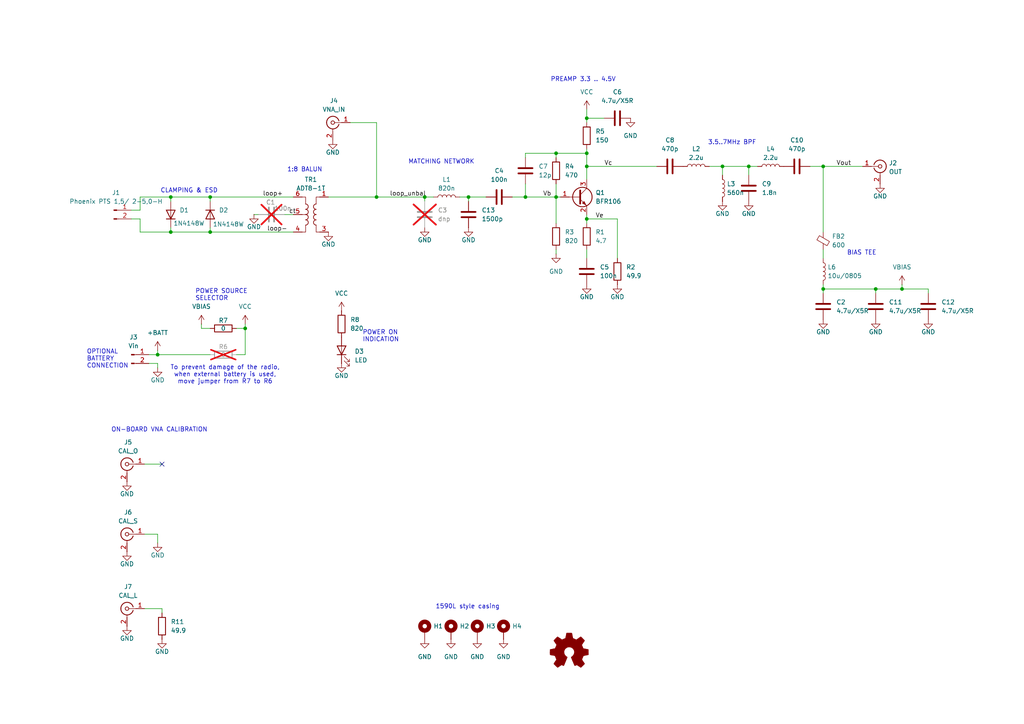
<source format=kicad_sch>
(kicad_sch (version 20250114) (generator "eeschema") (generator_version "9.0")
  (paper "A4")
  (title_block (title "OpenStint Preamp") (date "2025-09-26"))
  (lib_symbols
    (symbol "Connector:Conn_01x02_Pin" (pin_names (offset 1.016) (hide yes))
      (property "Reference" "J" (at 0 2.54 0))
      (property "Value" "Conn_01x02_Pin" (at 0 -5.08 0))
      (symbol "Conn_01x02_Pin_1_1"
        (rectangle (start 0.8636 0.127) (end 0 -0.127) (stroke (width 0.1524)) (fill (type outline)))
        (rectangle (start 0.8636 -2.413) (end 0 -2.667) (stroke (width 0.1524)) (fill (type outline)))
        (polyline (pts (xy 1.27 0) (xy 0.8636 0)) (stroke (width 0.1524)))
        (polyline (pts (xy 1.27 -2.54) (xy 0.8636 -2.54)) (stroke (width 0.1524)))
        (pin passive line (at 5.08 0 180) (length 3.81) (name "Pin_1") (number "1"))
        (pin passive line (at 5.08 -2.54 180) (length 3.81) (name "Pin_2") (number "2"))
      )
    )
    (symbol "Connector:Conn_Coaxial" (pin_names (offset 1.016) (hide yes))
      (property "Reference" "J" (at 0.254 3.048 0))
      (property "Value" "Conn_Coaxial" (at 2.921 0 90))
      (symbol "Conn_Coaxial_0_1"
        (polyline (pts (xy -2.54 0) (xy -0.508 0)))
        (arc (start 1.778 0) (mid 0.222 -1.8079) (end -1.778 -0.508) (stroke (width 0.254)))
        (arc (start -1.778 0.508) (mid 0.2221 1.8084) (end 1.778 0) (stroke (width 0.254)))
        (circle (center 0 0) (radius 0.508) (stroke (width 0.2032)))
        (polyline (pts (xy 0 -2.54) (xy 0 -1.778)))
      )
      (symbol "Conn_Coaxial_1_1"
        (pin passive line (at -5.08 0 0) (length 2.54) (name "In") (number "1"))
        (pin passive line (at 0 -5.08 90) (length 2.54) (name "Ext") (number "2"))
      )
    )
    (symbol "Device:C" (pin_numbers (hide yes)) (pin_names (offset 0.254))
      (property "Reference" "C" (at 0.635 2.54 0))
      (property "Value" "C" (at 0.635 -2.54 0))
      (symbol "C_0_1"
        (polyline (pts (xy -2.032 0.762) (xy 2.032 0.762)) (stroke (width 0.508)))
        (polyline (pts (xy -2.032 -0.762) (xy 2.032 -0.762)) (stroke (width 0.508)))
      )
      (symbol "C_1_1"
        (pin passive line (at 0 3.81 270) (length 2.794) (name "~") (number "1"))
        (pin passive line (at 0 -3.81 90) (length 2.794) (name "~") (number "2"))
      )
    )
    (symbol "Device:FerriteBead_Small" (pin_numbers (hide yes)) (pin_names (offset 0))
      (property "Reference" "FB" (at 1.905 1.27 0))
      (property "Value" "FerriteBead_Small" (at 1.905 -1.27 0))
      (symbol "FerriteBead_Small_0_1"
        (polyline (pts (xy -1.8288 0.2794) (xy -1.1176 1.4986) (xy 1.8288 -0.2032) (xy 1.1176 -1.4224) (xy -1.8288 0.2794)))
        (polyline (pts (xy 0 0.889) (xy 0 1.2954)))
        (polyline (pts (xy 0 -1.27) (xy 0 -0.7874)))
      )
      (symbol "FerriteBead_Small_1_1"
        (pin passive line (at 0 2.54 270) (length 1.27) (name "~") (number "1"))
        (pin passive line (at 0 -2.54 90) (length 1.27) (name "~") (number "2"))
      )
    )
    (symbol "Device:L" (pin_numbers (hide yes)) (pin_names (offset 1.016) (hide yes))
      (property "Reference" "L" (at -1.27 0 90))
      (property "Value" "L" (at 1.905 0 90))
      (symbol "L_0_1"
        (arc (start 0 2.54) (mid 0.6323 1.905) (end 0 1.27))
        (arc (start 0 1.27) (mid 0.6323 0.635) (end 0 0))
        (arc (start 0 0) (mid 0.6323 -0.635) (end 0 -1.27))
        (arc (start 0 -1.27) (mid 0.6323 -1.905) (end 0 -2.54))
      )
      (symbol "L_1_1"
        (pin passive line (at 0 3.81 270) (length 1.27) (name "1") (number "1"))
        (pin passive line (at 0 -3.81 90) (length 1.27) (name "2") (number "2"))
      )
    )
    (symbol "Device:LED" (pin_numbers (hide yes)) (pin_names (offset 1.016) (hide yes))
      (property "Reference" "D" (at 0 2.54 0))
      (property "Value" "LED" (at 0 -2.54 0))
      (symbol "LED_0_1"
        (polyline (pts (xy -3.048 -0.762) (xy -4.572 -2.286) (xy -3.81 -2.286) (xy -4.572 -2.286) (xy -4.572 -1.524)))
        (polyline (pts (xy -1.778 -0.762) (xy -3.302 -2.286) (xy -2.54 -2.286) (xy -3.302 -2.286) (xy -3.302 -1.524)))
        (polyline (pts (xy -1.27 0) (xy 1.27 0)))
        (polyline (pts (xy -1.27 -1.27) (xy -1.27 1.27)) (stroke (width 0.254)))
        (polyline (pts (xy 1.27 -1.27) (xy 1.27 1.27) (xy -1.27 0) (xy 1.27 -1.27)) (stroke (width 0.254)))
      )
      (symbol "LED_1_1"
        (pin passive line (at -3.81 0 0) (length 2.54) (name "K") (number "1"))
        (pin passive line (at 3.81 0 180) (length 2.54) (name "A") (number "2"))
      )
    )
    (symbol "Device:R" (pin_numbers (hide yes)) (pin_names (offset 0))
      (property "Reference" "R" (at 2.032 0 90))
      (property "Value" "R" (at 0 0 90))
      (symbol "R_0_1"
        (rectangle (start -1.016 -2.54) (end 1.016 2.54) (stroke (width 0.254)))
      )
      (symbol "R_1_1"
        (pin passive line (at 0 3.81 270) (length 1.27) (name "~") (number "1"))
        (pin passive line (at 0 -3.81 90) (length 1.27) (name "~") (number "2"))
      )
    )
    (symbol "Diode:1N4148W" (pin_numbers (hide yes)) (pin_names (hide yes))
      (property "Reference" "D" (at 0 2.54 0))
      (property "Value" "1N4148W" (at 0 -2.54 0))
      (symbol "1N4148W_0_1"
        (polyline (pts (xy -1.27 1.27) (xy -1.27 -1.27)) (stroke (width 0.254)))
        (polyline (pts (xy 1.27 1.27) (xy 1.27 -1.27) (xy -1.27 0) (xy 1.27 1.27)) (stroke (width 0.254)))
        (polyline (pts (xy 1.27 0) (xy -1.27 0)))
      )
      (symbol "1N4148W_1_1"
        (pin passive line (at -3.81 0 0) (length 2.54) (name "K") (number "1"))
        (pin passive line (at 3.81 0 180) (length 2.54) (name "A") (number "2"))
      )
    )
    (symbol "Graphic:Logo_Open_Hardware_Small" (in_bom no) (on_board no)
      (symbol "Logo_Open_Hardware_Small_0_1"
        (polyline (pts (xy 3.3528 -4.3434) (xy 3.302 -4.318) (xy 3.175 -4.2418) (xy 2.9972 -4.1148) (xy 2.7686 -3.9624) (xy 2.54 -3.81) (xy 2.3622 -3.7084) (xy 2.2352 -3.6068) (xy 2.1844 -3.5814) (xy 2.159 -3.6068) (xy 2.0574 -3.6576) (xy 1.905 -3.7338) (xy 1.8034 -3.7846) (xy 1.6764 -3.8354) (xy 1.6002 -3.8354) (xy 1.6002 -3.8354) (xy 1.5494 -3.7338) (xy 1.4732 -3.5306) (xy 1.3462 -3.302) (xy 1.2446 -3.0226) (xy 1.1176 -2.7178) (xy 0.9652 -2.413) (xy 0.8636 -2.1082) (xy 0.7366 -1.8288) (xy 0.6604 -1.6256) (xy 0.6096 -1.4732) (xy 0.5842 -1.397) (xy 0.5842 -1.397) (xy 0.6604 -1.3208) (xy 0.7874 -1.2446) (xy 1.0414 -1.016) (xy 1.2954 -0.6858) (xy 1.4478 -0.3302) (xy 1.524 0.0762) (xy 1.4732 0.4572) (xy 1.3208 0.8128) (xy 1.0668 1.143) (xy 0.762 1.3716) (xy 0.4064 1.524) (xy 0 1.5748) (xy -0.381 1.5494) (xy -0.7366 1.397) (xy -1.0668 1.143) (xy -1.2192 0.9906) (xy -1.397 0.6604) (xy -1.524 0.3048) (xy -1.524 0.2286) (xy -1.4986 -0.1778) (xy -1.397 -0.5334) (xy -1.1938 -0.8636) (xy -0.9144 -1.143) (xy -0.8636 -1.1684) (xy -0.7366 -1.27) (xy -0.635 -1.3462) (xy -0.5842 -1.397) (xy -1.0668 -2.5908) (xy -1.143 -2.794) (xy -1.2954 -3.1242) (xy -1.397 -3.4036) (xy -1.4986 -3.6322) (xy -1.5748 -3.7846) (xy -1.6002 -3.8354) (xy -1.6002 -3.8354) (xy -1.651 -3.8354) (xy -1.7272 -3.81) (xy -1.905 -3.7338) (xy -2.0066 -3.683) (xy -2.1336 -3.6068) (xy -2.2098 -3.5814) (xy -2.2606 -3.6068) (xy -2.3622 -3.683) (xy -2.54 -3.81) (xy -2.7686 -3.9624) (xy -2.9718 -4.0894) (xy -3.1496 -4.2164) (xy -3.302 -4.318) (xy -3.3528 -4.3434) (xy -3.3782 -4.3434) (xy -3.429 -4.318) (xy -3.5306 -4.2164) (xy -3.7084 -4.064) (xy -3.937 -3.8354) (xy -3.9624 -3.81) (xy -4.1656 -3.6068) (xy -4.318 -3.4544) (xy -4.4196 -3.3274) (xy -4.445 -3.2766) (xy -4.445 -3.2766) (xy -4.4196 -3.2258) (xy -4.318 -3.0734) (xy -4.2164 -2.8956) (xy -4.064 -2.667) (xy -3.6576 -2.0828) (xy -3.8862 -1.5494) (xy -3.937 -1.3716) (xy -4.0386 -1.1684) (xy -4.0894 -1.0414) (xy -4.1148 -0.9652) (xy -4.191 -0.9398) (xy -4.318 -0.9144) (xy -4.5466 -0.8636) (xy -4.8006 -0.8128) (xy -5.0546 -0.7874) (xy -5.2578 -0.7366) (xy -5.4356 -0.7112) (xy -5.5118 -0.6858) (xy -5.5118 -0.6858) (xy -5.5372 -0.635) (xy -5.5372 -0.5588) (xy -5.5372 -0.4318) (xy -5.5626 -0.2286) (xy -5.5626 0.0762) (xy -5.5626 0.127) (xy -5.5372 0.4064) (xy -5.5372 0.635) (xy -5.5372 0.762) (xy -5.5372 0.8382) (xy -5.5372 0.8382) (xy -5.461 0.8382) (xy -5.3086 0.889) (xy -5.08 0.9144) (xy -4.826 0.9652) (xy -4.8006 0.9906) (xy -4.5466 1.0414) (xy -4.318 1.0668) (xy -4.1656 1.1176) (xy -4.0894 1.143) (xy -4.0894 1.143) (xy -4.0386 1.2446) (xy -3.9624 1.4224) (xy -3.8608 1.6256) (xy -3.7846 1.8288) (xy -3.7084 2.0066) (xy -3.6576 2.159) (xy -3.6322 2.2098) (xy -3.6322 2.2098) (xy -3.683 2.286) (xy -3.7592 2.413) (xy -3.8862 2.5908) (xy -4.064 2.8194) (xy -4.064 2.8448) (xy -4.2164 3.0734) (xy -4.3434 3.2512) (xy -4.4196 3.3782) (xy -4.445 3.4544) (xy -4.445 3.4544) (xy -4.3942 3.5052) (xy -4.2926 3.6322) (xy -4.1148 3.81) (xy -3.937 4.0132) (xy -3.8608 4.064) (xy -3.6576 4.2926) (xy -3.5052 4.4196) (xy -3.4036 4.4958) (xy -3.3528 4.5212) (xy -3.3528 4.5212) (xy -3.302 4.4704) (xy -3.1496 4.3688) (xy -2.9718 4.2418) (xy -2.7432 4.0894) (xy -2.7178 4.0894) (xy -2.4892 3.937) (xy -2.3114 3.81) (xy -2.1844 3.7084) (xy -2.1336 3.683) (xy -2.1082 3.683) (xy -2.032 3.7084) (xy -1.8542 3.7592) (xy -1.6764 3.8354) (xy -1.4732 3.937) (xy -1.27 4.0132) (xy -1.143 4.064) (xy -1.0668 4.1148) (xy -1.0668 4.1148) (xy -1.0414 4.191) (xy -1.016 4.3434) (xy -0.9652 4.572) (xy -0.9144 4.8514) (xy -0.889 4.9022) (xy -0.8382 5.1562) (xy -0.8128 5.3848) (xy -0.7874 5.5372) (xy -0.762 5.588) (xy -0.7112 5.6134) (xy -0.5842 5.6134) (xy -0.4064 5.6134) (xy -0.1524 5.6134) (xy 0.0762 5.6134) (xy 0.3302 5.6134) (xy 0.5334 5.6134) (xy 0.6858 5.588) (xy 0.7366 5.588) (xy 0.7366 5.588) (xy 0.762 5.5118) (xy 0.8128 5.334) (xy 0.8382 5.1054) (xy 0.9144 4.826) (xy 0.9144 4.7752) (xy 0.9652 4.5212) (xy 1.016 4.2926) (xy 1.0414 4.1402) (xy 1.0668 4.0894) (xy 1.0668 4.0894) (xy 1.1938 4.0386) (xy 1.3716 3.9624) (xy 1.5748 3.8608) (xy 2.0828 3.6576) (xy 2.7178 4.0894) (xy 2.7686 4.1402) (xy 2.9972 4.2926) (xy 3.175 4.4196) (xy 3.302 4.4958) (xy 3.3782 4.5212) (xy 3.3782 4.5212) (xy 3.429 4.4704) (xy 3.556 4.3434) (xy 3.7338 4.191) (xy 3.9116 3.9878) (xy 4.064 3.8354) (xy 4.2418 3.6576) (xy 4.3434 3.556) (xy 4.4196 3.4798) (xy 4.4196 3.429) (xy 4.4196 3.4036) (xy 4.3942 3.3274) (xy 4.2926 3.2004) (xy 4.1656 2.9972) (xy 4.0132 2.794) (xy 3.8862 2.5908) (xy 3.7592 2.3876) (xy 3.6576 2.2352) (xy 3.6322 2.159) (xy 3.6322 2.1336) (xy 3.683 2.0066) (xy 3.7592 1.8288) (xy 3.8608 1.6002) (xy 4.064 1.1176) (xy 4.3942 1.0414) (xy 4.5974 1.016) (xy 4.8768 0.9652) (xy 5.1308 0.9144) (xy 5.5372 0.8382) (xy 5.5626 -0.6604) (xy 5.4864 -0.6858) (xy 5.4356 -0.6858) (xy 5.2832 -0.7366) (xy 5.0546 -0.762) (xy 4.8006 -0.8128) (xy 4.5974 -0.8636) (xy 4.3688 -0.9144) (xy 4.2164 -0.9398) (xy 4.1402 -0.9398) (xy 4.1148 -0.9652) (xy 4.064 -1.0668) (xy 3.9878 -1.2446) (xy 3.9116 -1.4478) (xy 3.81 -1.651) (xy 3.7338 -1.8542) (xy 3.683 -2.0066) (xy 3.6576 -2.0828) (xy 3.683 -2.1336) (xy 3.7846 -2.2606) (xy 3.8862 -2.4638) (xy 4.0386 -2.667) (xy 4.191 -2.8956) (xy 4.318 -3.0734) (xy 4.3942 -3.2004) (xy 4.445 -3.2766) (xy 4.4196 -3.3274) (xy 4.3434 -3.429) (xy 4.1656 -3.5814) (xy 3.937 -3.8354) (xy 3.8862 -3.8608) (xy 3.683 -4.064) (xy 3.5306 -4.2164) (xy 3.4036 -4.318) (xy 3.3528 -4.3434)) (fill (type outline)))
      )
    )
    (symbol "Mechanical:MountingHole_Pad" (pin_numbers (hide yes)) (pin_names (offset 1.016) (hide yes)) (in_bom no)
      (property "Reference" "H" (at 0 6.35 0))
      (property "Value" "MountingHole_Pad" (at 0 4.445 0))
      (symbol "MountingHole_Pad_0_1"
        (circle (center 0 1.27) (radius 1.27) (stroke (width 1.27)))
      )
      (symbol "MountingHole_Pad_1_1"
        (pin input line (at 0 -2.54 90) (length 2.54) (name "1") (number "1"))
      )
    )
    (symbol "Transformer:ADT8-1T" (pin_names (hide yes))
      (property "Reference" "TR" (at 0 6.35 0))
      (property "Value" "ADT8-1T" (at 0 -6.35 0))
      (symbol "ADT8-1T_0_1"
        (polyline (pts (xy -2.54 5.08) (xy -1.524 5.08) (xy -1.524 3.048)) (stroke (width 0.1524)))
        (arc (start -1.524 3.048) (mid -0.7653 2.286) (end -1.524 1.524) (stroke (width 0.2032)))
        (arc (start -1.524 1.524) (mid -0.7653 0.762) (end -1.524 0) (stroke (width 0.2032)))
        (arc (start -1.524 0) (mid -0.7653 -0.762) (end -1.524 -1.524) (stroke (width 0.2032)))
        (arc (start -1.524 -1.524) (mid -0.7653 -2.286) (end -1.524 -3.048) (stroke (width 0.2032)))
        (polyline (pts (xy -1.524 -3.048) (xy -1.524 -5.08) (xy -2.54 -5.08)) (stroke (width 0.1524)))
        (polyline (pts (xy 1.524 3.048) (xy 1.524 5.08) (xy 2.54 5.08)) (stroke (width 0.1524)))
        (arc (start 1.524 1.524) (mid 0.7653 2.286) (end 1.524 3.048) (stroke (width 0.2032)))
        (arc (start 1.524 0) (mid 0.7653 0.762) (end 1.524 1.524) (stroke (width 0.2032)))
        (arc (start 1.524 -1.524) (mid 0.7653 -0.762) (end 1.524 0) (stroke (width 0.2032)))
        (arc (start 1.524 -3.048) (mid 0.7653 -2.286) (end 1.524 -1.524) (stroke (width 0.2032)))
        (polyline (pts (xy 2.54 0) (xy 1.27 0)) (stroke (width 0.1524)))
        (polyline (pts (xy 2.54 -5.08) (xy 1.524 -5.08) (xy 1.524 -3.048)) (stroke (width 0.1524)))
      )
      (symbol "ADT8-1T_1_1"
        (pin passive line (at -5.08 5.08 0) (length 2.54) (name "~") (number "3"))
        (pin passive line (at -5.08 -5.08 0) (length 2.54) (name "~") (number "1"))
        (pin passive line (at 5.08 5.08 180) (length 2.54) (name "~") (number "4"))
        (pin passive line (at 5.08 0 180) (length 2.54) (name "~") (number "5"))
        (pin passive line (at 5.08 -5.08 180) (length 2.54) (name "~") (number "6"))
      )
    )
    (symbol "Transistor_BJT:Q_NPN_BEC" (pin_names (offset 0) (hide yes))
      (property "Reference" "Q" (at 5.08 1.27 0))
      (property "Value" "Q_NPN_BEC" (at 5.08 -1.27 0))
      (symbol "Q_NPN_BEC_0_1"
        (polyline (pts (xy -2.54 0) (xy 0.635 0)))
        (polyline (pts (xy 0.635 1.905) (xy 0.635 -1.905)) (stroke (width 0.508)))
        (circle (center 1.27 0) (radius 2.8194) (stroke (width 0.254)))
      )
      (symbol "Q_NPN_BEC_1_1"
        (polyline (pts (xy 0.635 0.635) (xy 2.54 2.54)))
        (polyline (pts (xy 0.635 -0.635) (xy 2.54 -2.54)))
        (polyline (pts (xy 1.27 -1.778) (xy 1.778 -1.27) (xy 2.286 -2.286) (xy 1.27 -1.778)) (fill (type outline)))
        (pin input line (at -5.08 0 0) (length 2.54) (name "B") (number "1"))
        (pin passive line (at 2.54 5.08 270) (length 2.54) (name "C") (number "3"))
        (pin passive line (at 2.54 -5.08 90) (length 2.54) (name "E") (number "2"))
      )
    )
    (symbol "power:+BATT" (power) (pin_numbers (hide yes)) (pin_names (offset 0) (hide yes))
      (property "Value" "+BATT" (at 0 3.556 0))
      (symbol "+BATT_0_1"
        (polyline (pts (xy -0.762 1.27) (xy 0 2.54)))
        (polyline (pts (xy 0 2.54) (xy 0.762 1.27)))
        (polyline (pts (xy 0 0) (xy 0 2.54)))
      )
      (symbol "+BATT_1_1"
        (pin power_in line (at 0 0 90) (length 0) (name "~") (number "1"))
      )
    )
    (symbol "power:GND" (power) (pin_numbers (hide yes)) (pin_names (offset 0) (hide yes))
      (property "Value" "GND" (at 0 -3.81 0))
      (symbol "GND_0_1"
        (polyline (pts (xy 0 0) (xy 0 -1.27) (xy 1.27 -1.27) (xy 0 -2.54) (xy -1.27 -1.27) (xy 0 -1.27)))
      )
      (symbol "GND_1_1"
        (pin power_in line (at 0 0 270) (length 0) (name "~") (number "1"))
      )
    )
    (symbol "power:VCC" (power) (pin_numbers (hide yes)) (pin_names (offset 0) (hide yes))
      (property "Value" "VCC" (at 0 3.556 0))
      (symbol "VCC_0_1"
        (polyline (pts (xy -0.762 1.27) (xy 0 2.54)))
        (polyline (pts (xy 0 2.54) (xy 0.762 1.27)))
        (polyline (pts (xy 0 0) (xy 0 2.54)))
      )
      (symbol "VCC_1_1"
        (pin power_in line (at 0 0 90) (length 0) (name "~") (number "1"))
      )
    )
  )
  (text "POWER ON\nINDICATION" (at 105.156 97.536 0) (effects (font (size 1.27 1.27)) (justify left)))
  (text "MATCHING NETWORK" (at 128.016 46.99 0) (effects (font (size 1.27 1.27))))
  (text "OPTIONAL\nBATTERY\nCONNECTION" (at 25.146 104.14 0) (effects (font (size 1.27 1.27)) (justify left)))
  (text "BIAS TEE" (at 249.936 73.406 0) (effects (font (size 1.27 1.27))))
  (text "1590L style casing" (at 135.636 176.022 0) (effects (font (size 1.27 1.27))))
  (text "ON-BOARD VNA CALIBRATION" (at 46.228 124.714 0) (effects (font (size 1.27 1.27))))
  (text "PREAMP 3.3 .. 4.5V" (at 169.164 23.114 0) (effects (font (size 1.27 1.27))))
  (text "1:8 BALUN" (at 88.392 49.276 0) (effects (font (size 1.27 1.27))))
  (text "POWER SOURCE\nSELECTOR" (at 56.642 85.598 0) (effects (font (size 1.27 1.27)) (justify left)))
  (text "CLAMPING & ESD" (at 54.864 55.372 0) (effects (font (size 1.27 1.27))))
  (text "To prevent damage of the radio,\nwhen external battery is used,\nmove jumper from R7 to R6" (at 65.278 108.712 0) (effects (font (size 1.27 1.27))))
  (text "3.5..7MHz BPF" (at 212.344 41.402 0) (effects (font (size 1.27 1.27))))
  (junction (at 238.76 83.82))
  (junction (at 209.55 48.26))
  (junction (at 161.29 44.45))
  (junction (at 71.12 95.25))
  (junction (at 49.53 57.15))
  (junction (at 45.72 102.87))
  (junction (at 49.53 67.31))
  (junction (at 161.29 57.15))
  (junction (at 261.62 83.82))
  (junction (at 254 83.82))
  (junction (at 135.89 57.15))
  (junction (at 109.22 57.15))
  (junction (at 170.18 44.45))
  (junction (at 60.96 67.31))
  (junction (at 170.18 34.29))
  (junction (at 152.4 57.15))
  (junction (at 170.18 48.26))
  (junction (at 217.17 48.26))
  (junction (at 60.96 57.15))
  (junction (at 238.76 48.26))
  (junction (at 123.19 57.15))
  (junction (at 170.18 63.5))
  (no_connect (at 46.99 134.62))
  (wire (pts (xy 170.18 62.23) (xy 170.18 63.5)))
  (wire (pts (xy 170.18 31.75) (xy 170.18 34.29)))
  (wire (pts (xy 135.89 57.15) (xy 140.97 57.15)))
  (wire (pts (xy 238.76 48.26) (xy 250.19 48.26)))
  (wire (pts (xy 101.6 35.56) (xy 109.22 35.56)))
  (wire (pts (xy 40.64 60.96) (xy 40.64 57.15)))
  (wire (pts (xy 170.18 43.18) (xy 170.18 44.45)))
  (wire (pts (xy 49.53 67.31) (xy 60.96 67.31)))
  (wire (pts (xy 73.66 62.23) (xy 74.93 62.23)))
  (wire (pts (xy 49.53 66.04) (xy 49.53 67.31)))
  (wire (pts (xy 261.62 82.55) (xy 261.62 83.82)))
  (wire (pts (xy 135.89 57.15) (xy 135.89 58.42)))
  (wire (pts (xy 40.64 67.31) (xy 49.53 67.31)))
  (wire (pts (xy 58.42 93.98) (xy 58.42 95.25)))
  (wire (pts (xy 170.18 72.39) (xy 170.18 74.93)))
  (wire (pts (xy 161.29 53.34) (xy 161.29 57.15)))
  (wire (pts (xy 161.29 57.15) (xy 162.56 57.15)))
  (wire (pts (xy 71.12 93.98) (xy 71.12 95.25)))
  (wire (pts (xy 45.72 154.94) (xy 45.72 157.48)))
  (wire (pts (xy 60.96 57.15) (xy 60.96 58.42)))
  (wire (pts (xy 43.18 105.41) (xy 45.72 105.41)))
  (wire (pts (xy 82.55 62.23) (xy 85.09 62.23)))
  (wire (pts (xy 152.4 45.72) (xy 152.4 44.45)))
  (wire (pts (xy 161.29 44.45) (xy 170.18 44.45)))
  (wire (pts (xy 49.53 57.15) (xy 60.96 57.15)))
  (wire (pts (xy 133.35 57.15) (xy 135.89 57.15)))
  (wire (pts (xy 209.55 48.26) (xy 217.17 48.26)))
  (wire (pts (xy 170.18 44.45) (xy 170.18 48.26)))
  (wire (pts (xy 68.58 102.87) (xy 71.12 102.87)))
  (wire (pts (xy 68.58 95.25) (xy 71.12 95.25)))
  (wire (pts (xy 170.18 34.29) (xy 170.18 35.56)))
  (wire (pts (xy 254 83.82) (xy 261.62 83.82)))
  (wire (pts (xy 40.64 57.15) (xy 49.53 57.15)))
  (wire (pts (xy 152.4 57.15) (xy 161.29 57.15)))
  (wire (pts (xy 40.64 63.5) (xy 40.64 67.31)))
  (wire (pts (xy 238.76 48.26) (xy 238.76 67.31)))
  (wire (pts (xy 38.1 60.96) (xy 40.64 60.96)))
  (wire (pts (xy 123.19 57.15) (xy 125.73 57.15)))
  (wire (pts (xy 152.4 53.34) (xy 152.4 57.15)))
  (wire (pts (xy 123.19 57.15) (xy 123.19 58.42)))
  (wire (pts (xy 170.18 48.26) (xy 170.18 52.07)))
  (wire (pts (xy 161.29 45.72) (xy 161.29 44.45)))
  (wire (pts (xy 238.76 82.55) (xy 238.76 83.82)))
  (wire (pts (xy 38.1 63.5) (xy 40.64 63.5)))
  (wire (pts (xy 238.76 83.82) (xy 254 83.82)))
  (wire (pts (xy 45.72 101.6) (xy 45.72 102.87)))
  (wire (pts (xy 175.26 34.29) (xy 170.18 34.29)))
  (wire (pts (xy 238.76 72.39) (xy 238.76 74.93)))
  (wire (pts (xy 254 83.82) (xy 254 85.09)))
  (wire (pts (xy 234.95 48.26) (xy 238.76 48.26)))
  (wire (pts (xy 238.76 83.82) (xy 238.76 85.09)))
  (wire (pts (xy 209.55 48.26) (xy 209.55 50.8)))
  (wire (pts (xy 109.22 57.15) (xy 123.19 57.15)))
  (wire (pts (xy 46.99 176.53) (xy 46.99 177.8)))
  (wire (pts (xy 217.17 48.26) (xy 217.17 50.8)))
  (wire (pts (xy 41.91 176.53) (xy 46.99 176.53)))
  (wire (pts (xy 261.62 83.82) (xy 269.24 83.82)))
  (wire (pts (xy 161.29 72.39) (xy 161.29 73.66)))
  (wire (pts (xy 60.96 57.15) (xy 85.09 57.15)))
  (wire (pts (xy 60.96 66.04) (xy 60.96 67.31)))
  (wire (pts (xy 58.42 95.25) (xy 60.96 95.25)))
  (wire (pts (xy 41.91 134.62) (xy 46.99 134.62)))
  (wire (pts (xy 95.25 57.15) (xy 109.22 57.15)))
  (wire (pts (xy 161.29 57.15) (xy 161.29 64.77)))
  (wire (pts (xy 170.18 63.5) (xy 179.07 63.5)))
  (wire (pts (xy 269.24 83.82) (xy 269.24 85.09)))
  (wire (pts (xy 179.07 63.5) (xy 179.07 74.93)))
  (wire (pts (xy 148.59 57.15) (xy 152.4 57.15)))
  (wire (pts (xy 170.18 63.5) (xy 170.18 64.77)))
  (wire (pts (xy 71.12 95.25) (xy 71.12 102.87)))
  (wire (pts (xy 45.72 105.41) (xy 45.72 106.68)))
  (wire (pts (xy 41.91 154.94) (xy 45.72 154.94)))
  (wire (pts (xy 170.18 48.26) (xy 190.5 48.26)))
  (wire (pts (xy 109.22 35.56) (xy 109.22 57.15)))
  (wire (pts (xy 49.53 57.15) (xy 49.53 58.42)))
  (wire (pts (xy 45.72 102.87) (xy 43.18 102.87)))
  (wire (pts (xy 152.4 44.45) (xy 161.29 44.45)))
  (wire (pts (xy 60.96 67.31) (xy 85.09 67.31)))
  (wire (pts (xy 205.74 48.26) (xy 209.55 48.26)))
  (wire (pts (xy 45.72 102.87) (xy 60.96 102.87)))
  (wire (pts (xy 217.17 48.26) (xy 219.71 48.26)))
  (label "loop-" (at 77.47 67.31 0))
  (label "Vb" (at 157.48 57.15 0))
  (label "ct" (at 83.82 62.23 0))
  (label "loop+" (at 76.2 57.15 0))
  (label "loop_unbal" (at 113.03 57.15 0))
  (label "Ve" (at 172.72 63.5 0))
  (label "Vc" (at 175.26 48.26 0))
  (label "Vout" (at 242.57 48.26 0))
  (symbol (lib_id "Device:R") (at 179.07 78.74 0) (unit 1)
    (property "Reference" "R2" (at 181.61 77.4699 0) (effects (justify left)))
    (property "Value" "49.9" (at 181.61 80.0099 0) (effects (justify left)))
    (property "Footprint" "Resistor_SMD:R_0603_1608Metric" (effects (hide yes)))
    (property "Description" "Resistor" (effects (hide yes)))
    (property "LCSC" "C23185" (effects (hide yes)))
  )
  (symbol (lib_id "power:GND") (at 217.17 58.42 0) (unit 1)
    (property "Reference" "#PWR012" (effects (hide yes)))
    (property "Value" "GND" (at 217.17 61.976 0))
    (property "Description" "Power symbol creates a global label with name \"GND\" , ground" (effects (hide yes)))
  )
  (symbol (lib_id "Connector:Conn_Coaxial") (at 36.83 154.94 0) (mirror y) (unit 1)
    (property "Reference" "J6" (at 37.1474 148.59 0))
    (property "Value" "CAL_S" (at 37.1474 151.13 0))
    (property "Footprint" "Connector_Coaxial:U.FL_Hirose_U.FL-R-SMT-1_Vertical" (effects (hide yes)))
    (property "Description" "coaxial connector (BNC, SMA, SMB, SMC, Cinch/RCA, LEMO, ...)" (effects (hide yes)))
    (property "LCSC" "C5137195" (effects (hide yes)))
  )
  (symbol (lib_id "Device:R") (at 170.18 39.37 0) (unit 1)
    (property "Reference" "R5" (at 172.72 38.0999 0) (effects (justify left)))
    (property "Value" "150" (at 172.72 40.6399 0) (effects (justify left)))
    (property "Footprint" "Resistor_SMD:R_0603_1608Metric" (effects (hide yes)))
    (property "Description" "Resistor" (effects (hide yes)))
    (property "LCSC" "C22808" (effects (hide yes)))
  )
  (symbol (lib_id "power:GND") (at 45.72 106.68 0) (unit 1)
    (property "Reference" "#PWR019" (effects (hide yes)))
    (property "Value" "GND" (at 45.72 110.236 0))
    (property "Description" "Power symbol creates a global label with name \"GND\" , ground" (effects (hide yes)))
  )
  (symbol (lib_id "Device:L") (at 129.54 57.15 90) (unit 1)
    (property "Reference" "L1" (at 129.54 52.07 90))
    (property "Value" "820n" (at 129.54 54.61 90))
    (property "Footprint" "Inductor_SMD:L_0603_1608Metric" (effects (hide yes)))
    (property "Description" "Inductor" (effects (hide yes)))
    (property "LCSC" "C18213078" (effects (hide yes)))
  )
  (symbol (lib_id "Mechanical:MountingHole_Pad") (at 138.43 182.88 0) (unit 1) (in_bom no)
    (property "Reference" "H3" (at 140.97 181.6099 0) (effects (justify left)))
    (property "Value" "MountingHole_Pad" (effects (hide yes)))
    (property "Footprint" "MountingHole:MountingHole_4.3mm_M4_DIN965_Pad" (effects (hide yes)))
    (property "Description" "Mounting Hole with connection" (effects (hide yes)))
  )
  (symbol (lib_id "Device:L") (at 201.93 48.26 90) (unit 1)
    (property "Reference" "L2" (at 201.93 43.18 90))
    (property "Value" "2.2u" (at 201.93 45.72 90))
    (property "Footprint" "Inductor_SMD:L_0603_1608Metric" (effects (hide yes)))
    (property "Description" "Inductor" (effects (hide yes)))
    (property "LCSC" "C337910" (effects (hide yes)))
  )
  (symbol (lib_id "power:GND") (at 95.25 67.31 0) (unit 1)
    (property "Reference" "#PWR02" (effects (hide yes)))
    (property "Value" "GND" (at 95.25 70.866 0))
    (property "Description" "Power symbol creates a global label with name \"GND\" , ground" (effects (hide yes)))
  )
  (symbol (lib_id "power:GND") (at 238.76 92.71 0) (unit 1)
    (property "Reference" "#PWR014" (effects (hide yes)))
    (property "Value" "GND" (at 238.76 96.266 0))
    (property "Description" "Power symbol creates a global label with name \"GND\" , ground" (effects (hide yes)))
  )
  (symbol (lib_id "power:GND") (at 99.06 105.41 0) (unit 1)
    (property "Reference" "#PWR020" (effects (hide yes)))
    (property "Value" "GND" (at 99.06 108.966 0))
    (property "Description" "Power symbol creates a global label with name \"GND\" , ground" (effects (hide yes)))
  )
  (symbol (lib_id "Device:C") (at 217.17 54.61 0) (unit 1)
    (property "Reference" "C9" (at 220.98 53.3399 0) (effects (justify left)))
    (property "Value" "1.8n" (at 220.98 55.8799 0) (effects (justify left)))
    (property "Footprint" "Capacitor_SMD:C_0603_1608Metric" (effects (hide yes)))
    (property "Description" "Unpolarized capacitor" (effects (hide yes)))
    (property "LCSC" "C107042" (effects (hide yes)))
  )
  (symbol (lib_id "Device:R") (at 161.29 49.53 0) (unit 1)
    (property "Reference" "R4" (at 163.83 48.2599 0) (effects (justify left)))
    (property "Value" "470" (at 163.83 50.7999 0) (effects (justify left)))
    (property "Footprint" "Resistor_SMD:R_0603_1608Metric" (effects (hide yes)))
    (property "Description" "Resistor" (effects (hide yes)))
    (property "LCSC" "C23179" (effects (hide yes)))
  )
  (symbol (lib_id "power:GND") (at 96.52 40.64 0) (unit 1)
    (property "Reference" "#PWR026" (effects (hide yes)))
    (property "Value" "GND" (at 96.52 44.196 0))
    (property "Description" "Power symbol creates a global label with name \"GND\" , ground" (effects (hide yes)))
  )
  (symbol (lib_id "Device:LED") (at 99.06 101.6 90) (unit 1)
    (property "Reference" "D3" (at 102.87 101.9174 90) (effects (justify right)))
    (property "Value" "LED" (at 102.87 104.4574 90) (effects (justify right)))
    (property "Footprint" "LED_SMD:LED_1206_3216Metric_ReverseMount_Hole1.8x2.4mm" (effects (hide yes)))
    (property "Datasheet" "https://jlcpcb.com/api/file/downloadByFileSystemAccessId/8588884651608330240" (effects (hide yes)))
    (property "Description" "Light emitting diode" (effects (hide yes)))
    (property "mouser" "710-156120VS75000" (effects (hide yes)))
    (property "LCSC" "C125107" (effects (hide yes)))
  )
  (symbol (lib_id "power:GND") (at 130.81 185.42 0) (unit 1)
    (property "Reference" "#PWR022" (effects (hide yes)))
    (property "Value" "GND" (at 130.81 190.5 0))
    (property "Description" "Power symbol creates a global label with name \"GND\" , ground" (effects (hide yes)))
  )
  (symbol (lib_id "power:GND") (at 170.18 82.55 0) (unit 1)
    (property "Reference" "#PWR06" (effects (hide yes)))
    (property "Value" "GND" (at 170.18 86.106 0))
    (property "Description" "Power symbol creates a global label with name \"GND\" , ground" (effects (hide yes)))
  )
  (symbol (lib_id "power:GND") (at 138.43 185.42 0) (unit 1)
    (property "Reference" "#PWR023" (effects (hide yes)))
    (property "Value" "GND" (at 138.43 190.5 0))
    (property "Description" "Power symbol creates a global label with name \"GND\" , ground" (effects (hide yes)))
  )
  (symbol (lib_id "Mechanical:MountingHole_Pad") (at 146.05 182.88 0) (unit 1) (in_bom no)
    (property "Reference" "H4" (at 148.59 181.6099 0) (effects (justify left)))
    (property "Value" "MountingHole_Pad" (effects (hide yes)))
    (property "Footprint" "MountingHole:MountingHole_4.3mm_M4_DIN965_Pad" (effects (hide yes)))
    (property "Description" "Mounting Hole with connection" (effects (hide yes)))
  )
  (symbol (lib_id "Diode:1N4148W") (at 60.96 62.23 270) (unit 1)
    (property "Reference" "D2" (at 63.5 60.9599 90) (effects (justify left)))
    (property "Value" "1N4148W" (at 61.722 65.024 90) (effects (justify left)))
    (property "Footprint" "Diode_SMD:D_SOD-123F" (effects (hide yes)))
    (property "Datasheet" "https://www.vishay.com/docs/85748/1n4148w.pdf" (effects (hide yes)))
    (property "Description" "75V 0.15A Fast Switching Diode, SOD-123" (effects (hide yes)))
    (property "Sim.Device" "D" (effects (hide yes)))
    (property "Sim.Pins" "1=K 2=A" (effects (hide yes)))
    (property "LCSC" "C81598" (effects (hide yes)))
  )
  (symbol (lib_id "power:GND") (at 36.83 160.02 0) (unit 1)
    (property "Reference" "#PWR029" (effects (hide yes)))
    (property "Value" "GND" (at 36.83 163.576 0))
    (property "Description" "Power symbol creates a global label with name \"GND\" , ground" (effects (hide yes)))
  )
  (symbol (lib_id "Device:C") (at 254 88.9 180) (unit 1)
    (property "Reference" "C11" (at 257.81 87.6299 0) (effects (justify right)))
    (property "Value" "4.7u/X5R" (at 257.81 90.1699 0) (effects (justify right)))
    (property "Footprint" "Capacitor_SMD:C_0603_1608Metric" (effects (hide yes)))
    (property "Description" "Unpolarized capacitor" (effects (hide yes)))
    (property "LCSC" "C19666" (effects (hide yes)))
  )
  (symbol (lib_id "Device:R") (at 64.77 95.25 90) (unit 1)
    (property "Reference" "R7" (at 64.77 92.964 90))
    (property "Value" "0" (at 64.77 95.25 90))
    (property "Footprint" "Resistor_SMD:R_0603_1608Metric" (effects (hide yes)))
    (property "Description" "Resistor" (effects (hide yes)))
    (property "LCSC" "C21189" (effects (hide yes)))
  )
  (symbol (lib_id "power:GND") (at 36.83 181.61 0) (unit 1)
    (property "Reference" "#PWR030" (effects (hide yes)))
    (property "Value" "GND" (at 36.83 185.166 0))
    (property "Description" "Power symbol creates a global label with name \"GND\" , ground" (effects (hide yes)))
  )
  (symbol (lib_id "Device:R") (at 46.99 181.61 0) (unit 1)
    (property "Reference" "R11" (at 49.53 180.3399 0) (effects (justify left)))
    (property "Value" "49.9" (at 49.53 182.8799 0) (effects (justify left)))
    (property "Footprint" "Resistor_SMD:R_0603_1608Metric" (effects (hide yes)))
    (property "Description" "Resistor" (effects (hide yes)))
    (property "LCSC" "C23185" (effects (hide yes)))
  )
  (symbol (lib_id "Connector:Conn_01x02_Pin") (at 33.02 60.96 0) (unit 1)
    (property "Reference" "J1" (at 33.655 55.88 0))
    (property "Value" "Phoenix PTS 1,5/ 2-5,0-H" (at 33.655 58.42 0))
    (property "Footprint" "TerminalBlock_Phoenix:TerminalBlock_Phoenix_PT-1,5-2-5.0-H_1x02_P5.00mm_Horizontal" (effects (hide yes)))
    (property "Description" "Generic connector, single row, 01x02, script generated" (effects (hide yes)))
    (property "mouser" "651-1792863" (effects (hide yes)))
  )
  (symbol (lib_id "Device:C") (at 194.31 48.26 90) (unit 1)
    (property "Reference" "C8" (at 194.31 40.64 90))
    (property "Value" "470p" (at 194.31 43.18 90))
    (property "Footprint" "Capacitor_SMD:C_0603_1608Metric" (effects (hide yes)))
    (property "Description" "Unpolarized capacitor" (effects (hide yes)))
    (property "LCSC" "C1620" (effects (hide yes)))
  )
  (symbol (lib_id "Device:C") (at 238.76 88.9 180) (unit 1)
    (property "Reference" "C2" (at 242.57 87.6299 0) (effects (justify right)))
    (property "Value" "4.7u/X5R" (at 242.57 90.1699 0) (effects (justify right)))
    (property "Footprint" "Capacitor_SMD:C_0603_1608Metric" (effects (hide yes)))
    (property "Description" "Unpolarized capacitor" (effects (hide yes)))
    (property "LCSC" "C19666" (effects (hide yes)))
  )
  (symbol (lib_id "power:GND") (at 135.89 66.04 0) (unit 1)
    (property "Reference" "#PWR04" (effects (hide yes)))
    (property "Value" "GND" (at 135.89 69.596 0))
    (property "Description" "Power symbol creates a global label with name \"GND\" , ground" (effects (hide yes)))
  )
  (symbol (lib_id "power:GND") (at 254 92.71 0) (unit 1)
    (property "Reference" "#PWR015" (effects (hide yes)))
    (property "Value" "GND" (at 254 96.266 0))
    (property "Description" "Power symbol creates a global label with name \"GND\" , ground" (effects (hide yes)))
  )
  (symbol (lib_id "Device:FerriteBead_Small") (at 238.76 69.85 0) (unit 1)
    (property "Reference" "FB2" (at 241.3 68.5418 0) (effects (justify left)))
    (property "Value" "600" (at 241.3 71.0818 0) (effects (justify left)))
    (property "Footprint" "Inductor_SMD:L_0805_2012Metric" (effects (hide yes)))
    (property "Description" "Ferrite bead, small symbol" (effects (hide yes)))
    (property "LCSC" "C1017" (effects (hide yes)))
  )
  (symbol (lib_id "Device:R") (at 99.06 93.98 0) (unit 1)
    (property "Reference" "R8" (at 101.6 92.7099 0) (effects (justify left)))
    (property "Value" "820" (at 101.6 95.2499 0) (effects (justify left)))
    (property "Footprint" "Resistor_SMD:R_0603_1608Metric" (effects (hide yes)))
    (property "Description" "Resistor" (effects (hide yes)))
    (property "LCSC" "C23253" (effects (hide yes)))
  )
  (symbol (lib_id "Device:C") (at 123.19 62.23 0) (unit 1) (dnp yes)
    (property "Reference" "C3" (at 127 60.9599 0) (effects (justify left)))
    (property "Value" "dnp" (at 127 63.4999 0) (effects (justify left)))
    (property "Footprint" "Capacitor_SMD:C_0603_1608Metric" (effects (hide yes)))
    (property "Description" "Unpolarized capacitor" (effects (hide yes)))
  )
  (symbol (lib_id "Device:C") (at 152.4 49.53 180) (unit 1)
    (property "Reference" "C7" (at 156.21 48.2599 0) (effects (justify right)))
    (property "Value" "12p" (at 156.21 50.7999 0) (effects (justify right)))
    (property "Footprint" "Capacitor_SMD:C_0603_1608Metric" (effects (hide yes)))
    (property "Description" "Unpolarized capacitor" (effects (hide yes)))
    (property "LCSC" "C38523" (effects (hide yes)))
  )
  (symbol (lib_id "Device:C") (at 78.74 62.23 90) (unit 1) (dnp yes)
    (property "Reference" "C1" (at 78.486 58.674 90))
    (property "Value" "100n" (at 82.042 60.452 90))
    (property "Footprint" "Capacitor_SMD:C_0603_1608Metric" (effects (hide yes)))
    (property "Description" "Unpolarized capacitor" (effects (hide yes)))
    (property "LCSC" "C14663" (effects (hide yes)))
  )
  (symbol (lib_id "power:VCC") (at 170.18 31.75 0) (unit 1)
    (property "Reference" "#PWR08" (effects (hide yes)))
    (property "Value" "VCC" (at 170.18 26.67 0))
    (property "Description" "Power symbol creates a global label with name \"VCC\"" (effects (hide yes)))
  )
  (symbol (lib_id "power:GND") (at 73.66 62.23 0) (unit 1)
    (property "Reference" "#PWR01" (effects (hide yes)))
    (property "Value" "GND" (at 73.66 65.786 0))
    (property "Description" "Power symbol creates a global label with name \"GND\" , ground" (effects (hide yes)))
  )
  (symbol (lib_id "power:GND") (at 123.19 185.42 0) (unit 1)
    (property "Reference" "#PWR021" (effects (hide yes)))
    (property "Value" "GND" (at 123.19 190.5 0))
    (property "Description" "Power symbol creates a global label with name \"GND\" , ground" (effects (hide yes)))
  )
  (symbol (lib_id "Device:L") (at 209.55 54.61 0) (unit 1)
    (property "Reference" "L3" (at 210.82 53.3399 0) (effects (justify left)))
    (property "Value" "560n" (at 210.82 55.8799 0) (effects (justify left)))
    (property "Footprint" "Inductor_SMD:L_0603_1608Metric" (effects (hide yes)))
    (property "Description" "Inductor" (effects (hide yes)))
    (property "LCSC" "C114773" (effects (hide yes)))
  )
  (symbol (lib_id "Mechanical:MountingHole_Pad") (at 130.81 182.88 0) (unit 1) (in_bom no)
    (property "Reference" "H2" (at 133.35 181.6099 0) (effects (justify left)))
    (property "Value" "MountingHole_Pad" (effects (hide yes)))
    (property "Footprint" "MountingHole:MountingHole_4.3mm_M4_DIN965_Pad" (effects (hide yes)))
    (property "Description" "Mounting Hole with connection" (effects (hide yes)))
  )
  (symbol (lib_id "power:GND") (at 46.99 185.42 0) (unit 1)
    (property "Reference" "#PWR031" (effects (hide yes)))
    (property "Value" "GND" (at 46.99 188.976 0))
    (property "Description" "Power symbol creates a global label with name \"GND\" , ground" (effects (hide yes)))
  )
  (symbol (lib_id "Connector:Conn_Coaxial") (at 255.27 48.26 0) (unit 1)
    (property "Reference" "J2" (at 257.81 47.2831 0) (effects (justify left)))
    (property "Value" "OUT" (at 257.81 49.8231 0) (effects (justify left)))
    (property "Footprint" "Connector_Coaxial:SMA_Amphenol_132134-16_Vertical" (effects (hide yes)))
    (property "Description" "coaxial connector (BNC, SMA, SMB, SMC, Cinch/RCA, LEMO, ...)" (effects (hide yes)))
  )
  (symbol (lib_id "Device:C") (at 179.07 34.29 90) (unit 1)
    (property "Reference" "C6" (at 179.07 26.67 90))
    (property "Value" "4.7u/X5R" (at 179.07 29.21 90))
    (property "Footprint" "Capacitor_SMD:C_0603_1608Metric" (effects (hide yes)))
    (property "Description" "Unpolarized capacitor" (effects (hide yes)))
    (property "LCSC" "C19666" (effects (hide yes)))
  )
  (symbol (lib_id "power:GND") (at 161.29 73.66 0) (unit 1)
    (property "Reference" "#PWR010" (effects (hide yes)))
    (property "Value" "GND" (at 161.29 78.74 0))
    (property "Description" "Power symbol creates a global label with name \"GND\" , ground" (effects (hide yes)))
  )
  (symbol (lib_id "Connector:Conn_01x02_Pin") (at 38.1 102.87 0) (unit 1)
    (property "Reference" "J3" (at 38.735 97.79 0))
    (property "Value" "Vin" (at 38.735 100.33 0))
    (property "Footprint" "Connector_JST:JST_PH_B2B-PH-K_1x02_P2.00mm_Vertical" (effects (hide yes)))
    (property "Description" "JST SH 2 mm vertical" (effects (hide yes)))
    (property "LCSC" "C131337" (effects (hide yes)))
  )
  (symbol (lib_id "Device:R") (at 170.18 68.58 0) (unit 1)
    (property "Reference" "R1" (at 172.72 67.3099 0) (effects (justify left)))
    (property "Value" "4.7" (at 172.72 69.8499 0) (effects (justify left)))
    (property "Footprint" "Resistor_SMD:R_0603_1608Metric" (effects (hide yes)))
    (property "Description" "Resistor" (effects (hide yes)))
    (property "LCSC" "C23164" (effects (hide yes)))
  )
  (symbol (lib_id "power:VCC") (at 71.12 93.98 0) (unit 1)
    (property "Reference" "#PWR025" (effects (hide yes)))
    (property "Value" "VCC" (at 71.12 88.9 0))
    (property "Description" "Power symbol creates a global label with name \"VCC\"" (effects (hide yes)))
  )
  (symbol (lib_id "Graphic:Logo_Open_Hardware_Small") (at 165.1 189.23 0) (unit 1) (in_bom no)
    (property "Reference" "SYM1" (effects (hide yes)))
    (property "Value" "Logo_Open_Hardware_Small" (effects (hide yes)))
    (property "Footprint" "Symbol:OSHW-Logo2_9.8x8mm_SilkScreen" (effects (hide yes)))
    (property "Description" "Open Hardware logo, small" (effects (hide yes)))
    (property "Sim.Enable" "0" (effects (hide yes)))
  )
  (symbol (lib_id "power:GND") (at 146.05 185.42 0) (unit 1)
    (property "Reference" "#PWR024" (effects (hide yes)))
    (property "Value" "GND" (at 146.05 190.5 0))
    (property "Description" "Power symbol creates a global label with name \"GND\" , ground" (effects (hide yes)))
  )
  (symbol (lib_id "Device:R") (at 161.29 68.58 0) (unit 1)
    (property "Reference" "R3" (at 163.83 67.3099 0) (effects (justify left)))
    (property "Value" "820" (at 163.83 69.8499 0) (effects (justify left)))
    (property "Footprint" "Resistor_SMD:R_0603_1608Metric" (effects (hide yes)))
    (property "Description" "Resistor" (effects (hide yes)))
    (property "LCSC" "C23253" (effects (hide yes)))
  )
  (symbol (lib_id "power:GND") (at 182.88 34.29 0) (unit 1)
    (property "Reference" "#PWR09" (effects (hide yes)))
    (property "Value" "GND" (at 182.88 39.37 0))
    (property "Description" "Power symbol creates a global label with name \"GND\" , ground" (effects (hide yes)))
  )
  (symbol (lib_id "power:GND") (at 123.19 66.04 0) (unit 1)
    (property "Reference" "#PWR03" (effects (hide yes)))
    (property "Value" "GND" (at 123.19 69.596 0))
    (property "Description" "Power symbol creates a global label with name \"GND\" , ground" (effects (hide yes)))
  )
  (symbol (lib_id "Device:C") (at 135.89 62.23 0) (unit 1)
    (property "Reference" "C13" (at 139.7 60.9599 0) (effects (justify left)))
    (property "Value" "1500p" (at 139.7 63.4999 0) (effects (justify left)))
    (property "Footprint" "Capacitor_SMD:C_0603_1608Metric" (effects (hide yes)))
    (property "Description" "Unpolarized capacitor" (effects (hide yes)))
    (property "LCSC" "C1595" (effects (hide yes)))
  )
  (symbol (lib_id "power:GND") (at 269.24 92.71 0) (unit 1)
    (property "Reference" "#PWR016" (effects (hide yes)))
    (property "Value" "GND" (at 269.24 96.266 0))
    (property "Description" "Power symbol creates a global label with name \"GND\" , ground" (effects (hide yes)))
  )
  (symbol (lib_id "Device:C") (at 269.24 88.9 180) (unit 1)
    (property "Reference" "C12" (at 273.05 87.6299 0) (effects (justify right)))
    (property "Value" "4.7u/X5R" (at 273.05 90.1699 0) (effects (justify right)))
    (property "Footprint" "Capacitor_SMD:C_0603_1608Metric" (effects (hide yes)))
    (property "Description" "Unpolarized capacitor" (effects (hide yes)))
    (property "LCSC" "C19666" (effects (hide yes)))
  )
  (symbol (lib_id "Device:C") (at 170.18 78.74 0) (unit 1)
    (property "Reference" "C5" (at 173.99 77.4699 0) (effects (justify left)))
    (property "Value" "100n" (at 173.99 80.0099 0) (effects (justify left)))
    (property "Footprint" "Capacitor_SMD:C_0603_1608Metric" (effects (hide yes)))
    (property "Description" "Unpolarized capacitor" (effects (hide yes)))
    (property "LCSC" "C14663" (effects (hide yes)))
  )
  (symbol (lib_id "Diode:1N4148W") (at 49.53 62.23 90) (unit 1)
    (property "Reference" "D1" (at 52.07 60.9599 90) (effects (justify right)))
    (property "Value" "1N4148W" (at 50.292 64.77 90) (effects (justify right)))
    (property "Footprint" "Diode_SMD:D_SOD-123F" (effects (hide yes)))
    (property "Datasheet" "https://www.vishay.com/docs/85748/1n4148w.pdf" (effects (hide yes)))
    (property "Description" "75V 0.15A Fast Switching Diode, SOD-123" (effects (hide yes)))
    (property "Sim.Device" "D" (effects (hide yes)))
    (property "Sim.Pins" "1=K 2=A" (effects (hide yes)))
    (property "LCSC" "C81598" (effects (hide yes)))
  )
  (symbol (lib_id "Connector:Conn_Coaxial") (at 36.83 176.53 0) (mirror y) (unit 1)
    (property "Reference" "J7" (at 37.1474 170.18 0))
    (property "Value" "CAL_L" (at 37.1474 172.72 0))
    (property "Footprint" "Connector_Coaxial:U.FL_Hirose_U.FL-R-SMT-1_Vertical" (effects (hide yes)))
    (property "Description" "coaxial connector (BNC, SMA, SMB, SMC, Cinch/RCA, LEMO, ...)" (effects (hide yes)))
    (property "LCSC" "C5137195" (effects (hide yes)))
  )
  (symbol (lib_id "Device:C") (at 231.14 48.26 90) (unit 1)
    (property "Reference" "C10" (at 231.14 40.64 90))
    (property "Value" "470p" (at 231.14 43.18 90))
    (property "Footprint" "Capacitor_SMD:C_0603_1608Metric" (effects (hide yes)))
    (property "Description" "Unpolarized capacitor" (effects (hide yes)))
    (property "LCSC" "C1620" (effects (hide yes)))
  )
  (symbol (lib_id "Device:L") (at 223.52 48.26 90) (unit 1)
    (property "Reference" "L4" (at 223.52 43.18 90))
    (property "Value" "2.2u" (at 223.52 45.72 90))
    (property "Footprint" "Inductor_SMD:L_0603_1608Metric" (effects (hide yes)))
    (property "Description" "Inductor" (effects (hide yes)))
    (property "LCSC" "C337910" (effects (hide yes)))
  )
  (symbol (lib_id "power:GND") (at 179.07 82.55 0) (unit 1)
    (property "Reference" "#PWR07" (effects (hide yes)))
    (property "Value" "GND" (at 179.07 86.106 0))
    (property "Description" "Power symbol creates a global label with name \"GND\" , ground" (effects (hide yes)))
  )
  (symbol (lib_id "Transformer:ADT8-1T") (at 90.17 62.23 180) (unit 1)
    (property "Reference" "TR1" (at 90.17 52.07 0))
    (property "Value" "ADT8-1T" (at 90.17 54.61 0))
    (property "Footprint" "RF_Mini-Circuits:Mini-Circuits_CD637_H5.23mm" (effects (hide yes)))
    (property "Datasheet" "https://www.minicircuits.com/pdfs/ADT8-1T+.pdf" (effects (hide yes)))
  )
  (symbol (lib_id "power:VCC") (at 58.42 93.98 0) (unit 1)
    (property "Reference" "#PWR018" (effects (hide yes)))
    (property "Value" "VBIAS" (at 58.42 88.9 0))
    (property "Description" "Power symbol creates a global label with name \"VCC\"" (effects (hide yes)))
  )
  (symbol (lib_id "Device:L") (at 238.76 78.74 0) (unit 1)
    (property "Reference" "L6" (at 240.03 77.4699 0) (effects (justify left)))
    (property "Value" "10u/0805" (at 240.03 80.0099 0) (effects (justify left)))
    (property "Footprint" "Inductor_SMD:L_0805_2012Metric" (effects (hide yes)))
    (property "Description" "Inductor" (effects (hide yes)))
    (property "LCSC" "C88173" (effects (hide yes)))
  )
  (symbol (lib_id "power:GND") (at 36.83 139.7 0) (unit 1)
    (property "Reference" "#PWR027" (effects (hide yes)))
    (property "Value" "GND" (at 36.83 143.256 0))
    (property "Description" "Power symbol creates a global label with name \"GND\" , ground" (effects (hide yes)))
  )
  (symbol (lib_id "Mechanical:MountingHole_Pad") (at 123.19 182.88 0) (unit 1) (in_bom no)
    (property "Reference" "H1" (at 125.73 181.6099 0) (effects (justify left)))
    (property "Value" "MountingHole_Pad" (effects (hide yes)))
    (property "Footprint" "MountingHole:MountingHole_4.3mm_M4_DIN965_Pad" (effects (hide yes)))
    (property "Description" "Mounting Hole with connection" (effects (hide yes)))
  )
  (symbol (lib_id "Connector:Conn_Coaxial") (at 36.83 134.62 0) (mirror y) (unit 1)
    (property "Reference" "J5" (at 37.1474 128.27 0))
    (property "Value" "CAL_O" (at 37.1474 130.81 0))
    (property "Footprint" "Connector_Coaxial:U.FL_Hirose_U.FL-R-SMT-1_Vertical" (effects (hide yes)))
    (property "Description" "coaxial connector (BNC, SMA, SMB, SMC, Cinch/RCA, LEMO, ...)" (effects (hide yes)))
    (property "LCSC" "C5137195" (effects (hide yes)))
  )
  (symbol (lib_id "Device:R") (at 64.77 102.87 90) (unit 1) (dnp yes)
    (property "Reference" "R6" (at 64.77 100.584 90))
    (property "Value" "0" (at 64.77 102.87 90))
    (property "Footprint" "Resistor_SMD:R_0603_1608Metric" (effects (hide yes)))
    (property "Description" "Resistor" (effects (hide yes)))
    (property "LCSC" "C21189" (effects (hide yes)))
  )
  (symbol (lib_id "Device:C") (at 144.78 57.15 90) (unit 1)
    (property "Reference" "C4" (at 144.78 49.53 90))
    (property "Value" "100n" (at 144.78 52.07 90))
    (property "Footprint" "Capacitor_SMD:C_0603_1608Metric" (effects (hide yes)))
    (property "Description" "Unpolarized capacitor" (effects (hide yes)))
    (property "LCSC" "C14663" (effects (hide yes)))
  )
  (symbol (lib_id "power:VCC") (at 99.06 90.17 0) (unit 1)
    (property "Reference" "#PWR017" (effects (hide yes)))
    (property "Value" "VCC" (at 99.06 85.09 0))
    (property "Description" "Power symbol creates a global label with name \"VCC\"" (effects (hide yes)))
  )
  (symbol (lib_id "power:VCC") (at 261.62 82.55 0) (unit 1)
    (property "Reference" "#PWR028" (effects (hide yes)))
    (property "Value" "VBIAS" (at 261.62 77.47 0))
    (property "Description" "Power symbol creates a global label with name \"VCC\"" (effects (hide yes)))
  )
  (symbol (lib_id "power:GND") (at 209.55 58.42 0) (unit 1)
    (property "Reference" "#PWR011" (effects (hide yes)))
    (property "Value" "GND" (at 209.55 61.976 0))
    (property "Description" "Power symbol creates a global label with name \"GND\" , ground" (effects (hide yes)))
  )
  (symbol (lib_id "power:GND") (at 255.27 53.34 0) (unit 1)
    (property "Reference" "#PWR013" (effects (hide yes)))
    (property "Value" "GND" (at 255.27 56.896 0))
    (property "Description" "Power symbol creates a global label with name \"GND\" , ground" (effects (hide yes)))
  )
  (symbol (lib_id "power:+BATT") (at 45.72 101.6 0) (unit 1)
    (property "Reference" "#PWR05" (effects (hide yes)))
    (property "Value" "+BATT" (at 45.72 96.52 0))
    (property "Description" "Power symbol creates a global label with name \"+BATT\"" (effects (hide yes)))
  )
  (symbol (lib_id "Connector:Conn_Coaxial") (at 96.52 35.56 0) (mirror y) (unit 1)
    (property "Reference" "J4" (at 96.8374 29.21 0))
    (property "Value" "VNA_IN" (at 96.8374 31.75 0))
    (property "Footprint" "Connector_Coaxial:U.FL_Hirose_U.FL-R-SMT-1_Vertical" (effects (hide yes)))
    (property "Description" "coaxial connector (BNC, SMA, SMB, SMC, Cinch/RCA, LEMO, ...)" (effects (hide yes)))
    (property "LCSC" "C5137195" (effects (hide yes)))
  )
  (symbol (lib_id "Transistor_BJT:Q_NPN_BEC") (at 167.64 57.15 0) (unit 1)
    (property "Reference" "Q1" (at 172.72 55.8799 0) (effects (justify left)))
    (property "Value" "BFR106" (at 172.72 58.4199 0) (effects (justify left)))
    (property "Footprint" "Package_TO_SOT_SMD:SOT-23" (effects (hide yes)))
    (property "Datasheet" "https://jlcpcb.com/api/file/downloadByFileSystemAccessId/8588912064509591552" (effects (hide yes)))
    (property "Description" "NPN transistor, base/emitter/collector" (effects (hide yes)))
    (property "LCSC" "C439780" (effects (hide yes)))
  )
  (symbol (lib_id "power:GND") (at 45.72 157.48 0) (unit 1)
    (property "Reference" "#PWR033" (effects (hide yes)))
    (property "Value" "GND" (at 45.72 161.036 0))
    (property "Description" "Power symbol creates a global label with name \"GND\" , ground" (effects (hide yes)))
  )
)
</source>
